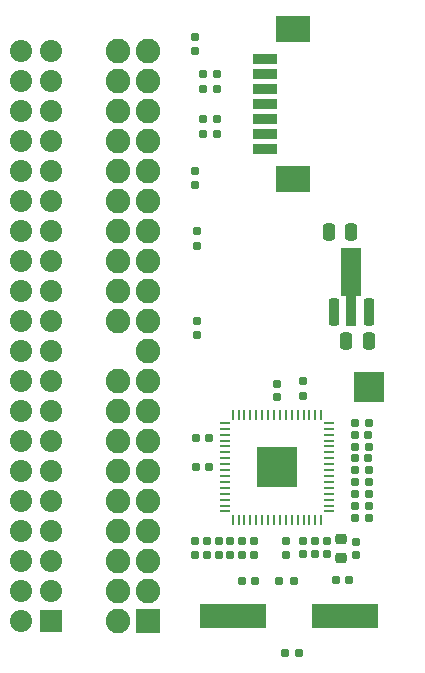
<source format=gbr>
%TF.GenerationSoftware,KiCad,Pcbnew,8.0.3*%
%TF.CreationDate,2024-07-19T14:19:01+01:00*%
%TF.ProjectId,xbox2sata,78626f78-3273-4617-9461-2e6b69636164,0.1*%
%TF.SameCoordinates,Original*%
%TF.FileFunction,Soldermask,Top*%
%TF.FilePolarity,Negative*%
%FSLAX46Y46*%
G04 Gerber Fmt 4.6, Leading zero omitted, Abs format (unit mm)*
G04 Created by KiCad (PCBNEW 8.0.3) date 2024-07-19 14:19:01*
%MOMM*%
%LPD*%
G01*
G04 APERTURE LIST*
G04 Aperture macros list*
%AMRoundRect*
0 Rectangle with rounded corners*
0 $1 Rounding radius*
0 $2 $3 $4 $5 $6 $7 $8 $9 X,Y pos of 4 corners*
0 Add a 4 corners polygon primitive as box body*
4,1,4,$2,$3,$4,$5,$6,$7,$8,$9,$2,$3,0*
0 Add four circle primitives for the rounded corners*
1,1,$1+$1,$2,$3*
1,1,$1+$1,$4,$5*
1,1,$1+$1,$6,$7*
1,1,$1+$1,$8,$9*
0 Add four rect primitives between the rounded corners*
20,1,$1+$1,$2,$3,$4,$5,0*
20,1,$1+$1,$4,$5,$6,$7,0*
20,1,$1+$1,$6,$7,$8,$9,0*
20,1,$1+$1,$8,$9,$2,$3,0*%
%AMFreePoly0*
4,1,9,5.362500,-0.866500,1.237500,-0.866500,1.237500,-0.450000,-1.237500,-0.450000,-1.237500,0.450000,1.237500,0.450000,1.237500,0.866500,5.362500,0.866500,5.362500,-0.866500,5.362500,-0.866500,$1*%
G04 Aperture macros list end*
%ADD10RoundRect,0.155000X-0.155000X0.212500X-0.155000X-0.212500X0.155000X-0.212500X0.155000X0.212500X0*%
%ADD11R,3.400000X3.400000*%
%ADD12RoundRect,0.062500X-0.062500X-0.350000X0.062500X-0.350000X0.062500X0.350000X-0.062500X0.350000X0*%
%ADD13RoundRect,0.062500X-0.350000X-0.062500X0.350000X-0.062500X0.350000X0.062500X-0.350000X0.062500X0*%
%ADD14RoundRect,0.155000X-0.212500X-0.155000X0.212500X-0.155000X0.212500X0.155000X-0.212500X0.155000X0*%
%ADD15RoundRect,0.250000X0.250000X0.475000X-0.250000X0.475000X-0.250000X-0.475000X0.250000X-0.475000X0*%
%ADD16RoundRect,0.225000X0.225000X-0.925000X0.225000X0.925000X-0.225000X0.925000X-0.225000X-0.925000X0*%
%ADD17FreePoly0,90.000000*%
%ADD18RoundRect,0.160000X-0.160000X0.197500X-0.160000X-0.197500X0.160000X-0.197500X0.160000X0.197500X0*%
%ADD19R,5.600000X2.100000*%
%ADD20RoundRect,0.160000X0.197500X0.160000X-0.197500X0.160000X-0.197500X-0.160000X0.197500X-0.160000X0*%
%ADD21RoundRect,0.102000X0.937500X-0.937500X0.937500X0.937500X-0.937500X0.937500X-0.937500X-0.937500X0*%
%ADD22C,2.079000*%
%ADD23RoundRect,0.160000X0.160000X-0.197500X0.160000X0.197500X-0.160000X0.197500X-0.160000X-0.197500X0*%
%ADD24RoundRect,0.160000X-0.197500X-0.160000X0.197500X-0.160000X0.197500X0.160000X-0.197500X0.160000X0*%
%ADD25RoundRect,0.250000X-0.250000X-0.475000X0.250000X-0.475000X0.250000X0.475000X-0.250000X0.475000X0*%
%ADD26RoundRect,0.218750X-0.256250X0.218750X-0.256250X-0.218750X0.256250X-0.218750X0.256250X0.218750X0*%
%ADD27R,2.500000X2.500000*%
%ADD28RoundRect,0.155000X0.155000X-0.212500X0.155000X0.212500X-0.155000X0.212500X-0.155000X-0.212500X0*%
%ADD29R,2.000000X0.900000*%
%ADD30R,3.000000X2.200000*%
%ADD31RoundRect,0.155000X0.212500X0.155000X-0.212500X0.155000X-0.212500X-0.155000X0.212500X-0.155000X0*%
%ADD32R,1.875000X1.875000*%
%ADD33C,1.875000*%
G04 APERTURE END LIST*
D10*
%TO.C,C16*%
X133950000Y-103712500D03*
X133950000Y-104847500D03*
%TD*%
D11*
%TO.C,U5*%
X127267500Y-97400000D03*
D12*
X123517500Y-92962500D03*
X124017500Y-92962500D03*
X124517500Y-92962500D03*
X125017500Y-92962500D03*
X125517500Y-92962500D03*
X126017500Y-92962500D03*
X126517500Y-92962500D03*
X127017500Y-92962500D03*
X127517500Y-92962500D03*
X128017500Y-92962500D03*
X128517500Y-92962500D03*
X129017500Y-92962500D03*
X129517500Y-92962500D03*
X130017500Y-92962500D03*
X130517500Y-92962500D03*
X131017500Y-92962500D03*
D13*
X131705000Y-93650000D03*
X131705000Y-94150000D03*
X131705000Y-94650000D03*
X131705000Y-95150000D03*
X131705000Y-95650000D03*
X131705000Y-96150000D03*
X131705000Y-96650000D03*
X131705000Y-97150000D03*
X131705000Y-97650000D03*
X131705000Y-98150000D03*
X131705000Y-98650000D03*
X131705000Y-99150000D03*
X131705000Y-99650000D03*
X131705000Y-100150000D03*
X131705000Y-100650000D03*
X131705000Y-101150000D03*
D12*
X131017500Y-101837500D03*
X130517500Y-101837500D03*
X130017500Y-101837500D03*
X129517500Y-101837500D03*
X129017500Y-101837500D03*
X128517500Y-101837500D03*
X128017500Y-101837500D03*
X127517500Y-101837500D03*
X127017500Y-101837500D03*
X126517500Y-101837500D03*
X126017500Y-101837500D03*
X125517500Y-101837500D03*
X125017500Y-101837500D03*
X124517500Y-101837500D03*
X124017500Y-101837500D03*
X123517500Y-101837500D03*
D13*
X122830000Y-101150000D03*
X122830000Y-100650000D03*
X122830000Y-100150000D03*
X122830000Y-99650000D03*
X122830000Y-99150000D03*
X122830000Y-98650000D03*
X122830000Y-98150000D03*
X122830000Y-97650000D03*
X122830000Y-97150000D03*
X122830000Y-96650000D03*
X122830000Y-96150000D03*
X122830000Y-95650000D03*
X122830000Y-95150000D03*
X122830000Y-94650000D03*
X122830000Y-94150000D03*
X122830000Y-93650000D03*
%TD*%
D14*
%TO.C,C12*%
X121020000Y-69165000D03*
X122155000Y-69165000D03*
%TD*%
%TO.C,C24*%
X120405000Y-94930000D03*
X121540000Y-94930000D03*
%TD*%
D15*
%TO.C,C18*%
X133540000Y-77470000D03*
X131640000Y-77470000D03*
%TD*%
D16*
%TO.C,U1*%
X132060000Y-84230000D03*
D17*
X133560000Y-84142500D03*
D16*
X135060000Y-84230000D03*
%TD*%
D14*
%TO.C,C21*%
X133882500Y-96656250D03*
X135017500Y-96656250D03*
%TD*%
D18*
%TO.C,R15*%
X122330000Y-103660000D03*
X122330000Y-104855000D03*
%TD*%
D19*
%TO.C,Y1*%
X133060000Y-109991250D03*
X123560000Y-109991250D03*
%TD*%
D14*
%TO.C,C23*%
X133882500Y-94668750D03*
X135017500Y-94668750D03*
%TD*%
D18*
%TO.C,R9*%
X124310000Y-103660000D03*
X124310000Y-104855000D03*
%TD*%
D20*
%TO.C,R22*%
X129115000Y-113148750D03*
X127920000Y-113148750D03*
%TD*%
%TO.C,R19*%
X135067500Y-101665000D03*
X133872500Y-101665000D03*
%TD*%
D14*
%TO.C,C11*%
X121020000Y-67890000D03*
X122155000Y-67890000D03*
%TD*%
D18*
%TO.C,R26*%
X129505000Y-90140000D03*
X129505000Y-91335000D03*
%TD*%
D21*
%TO.C,J2*%
X116340000Y-110440000D03*
D22*
X113800000Y-110440000D03*
X116340000Y-107900000D03*
X113800000Y-107900000D03*
X116340000Y-105360000D03*
X113800000Y-105360000D03*
X116340000Y-102820000D03*
X113800000Y-102820000D03*
X116340000Y-100280000D03*
X113800000Y-100280000D03*
X116340000Y-97740000D03*
X113800000Y-97740000D03*
X116340000Y-95200000D03*
X113800000Y-95200000D03*
X116340000Y-92660000D03*
X113800000Y-92660000D03*
X116340000Y-90120000D03*
X113800000Y-90120000D03*
X116340000Y-87580000D03*
X116340000Y-85040000D03*
X113800000Y-85040000D03*
X116340000Y-82500000D03*
X113800000Y-82500000D03*
X116340000Y-79960000D03*
X113800000Y-79960000D03*
X116340000Y-77420000D03*
X113800000Y-77420000D03*
X116340000Y-74880000D03*
X113800000Y-74880000D03*
X116340000Y-72340000D03*
X113800000Y-72340000D03*
X116340000Y-69800000D03*
X113800000Y-69800000D03*
X116340000Y-67260000D03*
X113800000Y-67260000D03*
X116340000Y-64720000D03*
X113800000Y-64720000D03*
X116340000Y-62180000D03*
X113800000Y-62180000D03*
%TD*%
D20*
%TO.C,R24*%
X135067500Y-98653750D03*
X133872500Y-98653750D03*
%TD*%
D23*
%TO.C,R31*%
X120370000Y-104855000D03*
X120370000Y-103660000D03*
%TD*%
D24*
%TO.C,R16*%
X133872500Y-93675000D03*
X135067500Y-93675000D03*
%TD*%
D14*
%TO.C,C26*%
X124292500Y-107030000D03*
X125427500Y-107030000D03*
%TD*%
D23*
%TO.C,R8*%
X120525000Y-78635000D03*
X120525000Y-77440000D03*
%TD*%
D24*
%TO.C,R1*%
X133872500Y-99657500D03*
X135067500Y-99657500D03*
%TD*%
D20*
%TO.C,R18*%
X135067500Y-97650000D03*
X133872500Y-97650000D03*
%TD*%
D18*
%TO.C,R21*%
X120350000Y-61002500D03*
X120350000Y-62197500D03*
%TD*%
D25*
%TO.C,C17*%
X133150000Y-86700000D03*
X135050000Y-86700000D03*
%TD*%
D26*
%TO.C,FB1*%
X132720000Y-103482500D03*
X132720000Y-105057500D03*
%TD*%
D27*
%TO.C,TP2*%
X135050000Y-90600000D03*
%TD*%
D28*
%TO.C,C13*%
X131480000Y-104787500D03*
X131480000Y-103652500D03*
%TD*%
D18*
%TO.C,R12*%
X123320000Y-103660000D03*
X123320000Y-104855000D03*
%TD*%
D23*
%TO.C,R23*%
X128020000Y-104855000D03*
X128020000Y-103660000D03*
%TD*%
%TO.C,R11*%
X120370000Y-73535000D03*
X120370000Y-72340000D03*
%TD*%
D28*
%TO.C,C20*%
X127280000Y-91480000D03*
X127280000Y-90345000D03*
%TD*%
D14*
%TO.C,C9*%
X121020000Y-64090000D03*
X122155000Y-64090000D03*
%TD*%
D24*
%TO.C,R29*%
X133872500Y-95662500D03*
X135067500Y-95662500D03*
%TD*%
D23*
%TO.C,R3*%
X120500000Y-86210000D03*
X120500000Y-85015000D03*
%TD*%
D24*
%TO.C,R28*%
X127482500Y-107040000D03*
X128677500Y-107040000D03*
%TD*%
D14*
%TO.C,C10*%
X121020000Y-65365000D03*
X122155000Y-65365000D03*
%TD*%
D29*
%TO.C,J3*%
X126290000Y-70440000D03*
X126290000Y-69170000D03*
X126290000Y-67900000D03*
X126290000Y-66630000D03*
X126290000Y-65360000D03*
X126290000Y-64090000D03*
X126290000Y-62820000D03*
D30*
X128650000Y-73000000D03*
X128650000Y-60260000D03*
%TD*%
D31*
%TO.C,C25*%
X133397500Y-106980000D03*
X132262500Y-106980000D03*
%TD*%
D28*
%TO.C,C15*%
X130490000Y-104787500D03*
X130490000Y-103652500D03*
%TD*%
D24*
%TO.C,R27*%
X133872500Y-100661250D03*
X135067500Y-100661250D03*
%TD*%
D14*
%TO.C,C22*%
X120385000Y-97420000D03*
X121520000Y-97420000D03*
%TD*%
D23*
%TO.C,R4*%
X125300000Y-104855000D03*
X125300000Y-103660000D03*
%TD*%
D28*
%TO.C,C19*%
X121350000Y-104805000D03*
X121350000Y-103670000D03*
%TD*%
%TO.C,C14*%
X129500000Y-104787500D03*
X129500000Y-103652500D03*
%TD*%
D32*
%TO.C,J1*%
X108155000Y-110465000D03*
D33*
X105615000Y-110465000D03*
X108155000Y-107925000D03*
X105615000Y-107925000D03*
X108155000Y-105385000D03*
X105615000Y-105385000D03*
X108155000Y-102845000D03*
X105615000Y-102845000D03*
X108155000Y-100305000D03*
X105615000Y-100305000D03*
X108155000Y-97765000D03*
X105615000Y-97765000D03*
X108155000Y-95225000D03*
X105615000Y-95225000D03*
X108155000Y-92685000D03*
X105615000Y-92685000D03*
X108155000Y-90145000D03*
X105615000Y-90145000D03*
X108155000Y-87605000D03*
X105615000Y-87605000D03*
X108155000Y-85065000D03*
X105615000Y-85065000D03*
X108155000Y-82525000D03*
X105615000Y-82525000D03*
X108155000Y-79985000D03*
X105615000Y-79985000D03*
X108155000Y-77445000D03*
X105615000Y-77445000D03*
X108155000Y-74905000D03*
X105615000Y-74905000D03*
X108155000Y-72365000D03*
X105615000Y-72365000D03*
X108155000Y-69825000D03*
X105615000Y-69825000D03*
X108155000Y-67285000D03*
X105615000Y-67285000D03*
X108155000Y-64745000D03*
X105615000Y-64745000D03*
X108155000Y-62205000D03*
X105615000Y-62205000D03*
%TD*%
M02*

</source>
